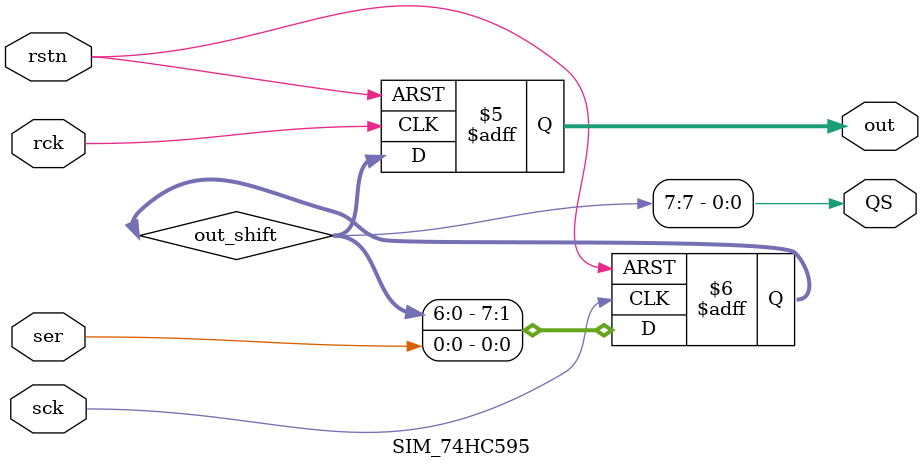
<source format=v>
module SIM_74HC595 (
    input sck,
    input rstn,
    input rck,
    input ser,
    output QS,
    output reg [7:0] out
);
reg [7:0] out_shift;
//级联串行输出
assign QS = out_shift[7];
//移位寄存器
always @(posedge sck or negedge rstn) begin
    if(~rstn) out_shift <= 8'd0;
    else out_shift <= {out_shift[6:0],ser};
end
//存储寄存器
always @(posedge rck or negedge rstn) begin
    if(~rstn) out <= 0;
    else out <= out_shift;
end
endmodule
</source>
